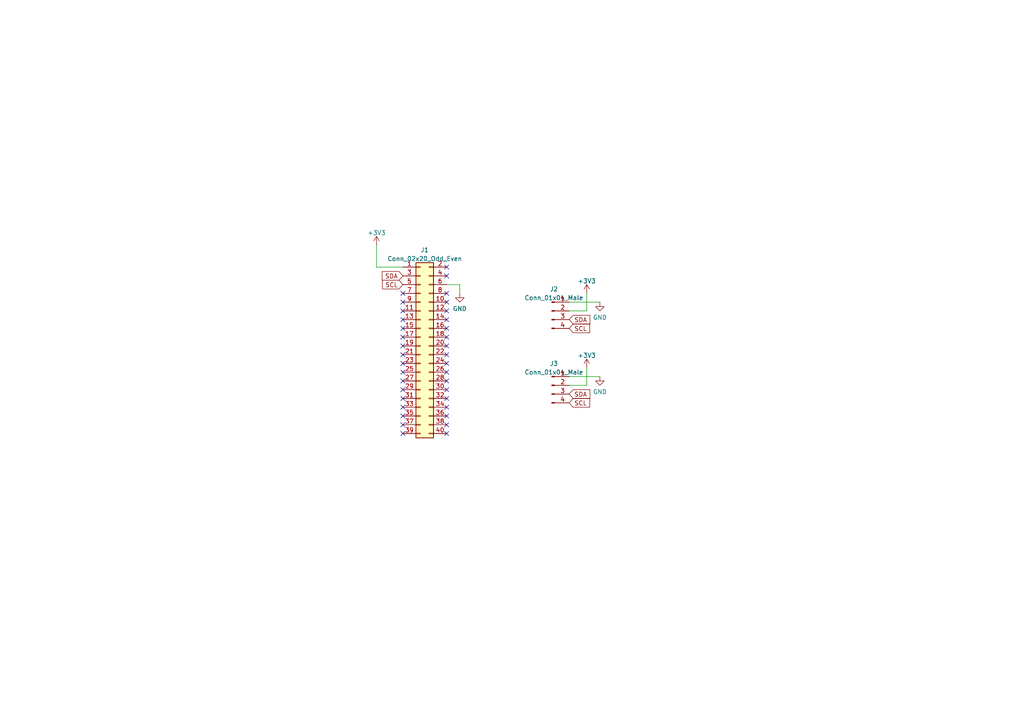
<source format=kicad_sch>
(kicad_sch (version 20211123) (generator eeschema)
  (paper "A4")
  (title_block (title "qwiic-hat"))
  (lib_symbols
    (symbol "Connector:Conn_01x04_Male" (pin_names (offset 1.016) hide)
      (property "Reference" "J" (at 0 5.08 0))
      (property "Value" "Conn_01x04_Male" (at 0 -7.62 0))
      (symbol "Conn_01x04_Male_1_1"
        (polyline (pts (xy 1.27 -5.08) (xy 0.8636 -5.08)) (stroke (width 0.1524)))
        (polyline (pts (xy 1.27 -2.54) (xy 0.8636 -2.54)) (stroke (width 0.1524)))
        (polyline (pts (xy 1.27 0) (xy 0.8636 0)) (stroke (width 0.1524)))
        (polyline (pts (xy 1.27 2.54) (xy 0.8636 2.54)) (stroke (width 0.1524)))
        (rectangle (start 0.8636 -4.953) (end 0 -5.207) (stroke (width 0.1524)) (fill (type outline)))
        (rectangle (start 0.8636 -2.413) (end 0 -2.667) (stroke (width 0.1524)) (fill (type outline)))
        (rectangle (start 0.8636 0.127) (end 0 -0.127) (stroke (width 0.1524)) (fill (type outline)))
        (rectangle (start 0.8636 2.667) (end 0 2.413) (stroke (width 0.1524)) (fill (type outline)))
        (pin passive line (at 5.08 2.54 180) (length 3.81) (name "Pin_1") (number "1"))
        (pin passive line (at 5.08 0 180) (length 3.81) (name "Pin_2") (number "2"))
        (pin passive line (at 5.08 -2.54 180) (length 3.81) (name "Pin_3") (number "3"))
        (pin passive line (at 5.08 -5.08 180) (length 3.81) (name "Pin_4") (number "4"))
      )
    )
    (symbol "Connector_Generic:Conn_02x20_Odd_Even" (pin_names (offset 1.016) hide)
      (property "Reference" "J" (at 1.27 25.4 0))
      (property "Value" "Conn_02x20_Odd_Even" (at 1.27 -27.94 0))
      (symbol "Conn_02x20_Odd_Even_1_1"
        (rectangle (start -1.27 -25.273) (end 0 -25.527) (stroke (width 0.1524)))
        (rectangle (start -1.27 -22.733) (end 0 -22.987) (stroke (width 0.1524)))
        (rectangle (start -1.27 -20.193) (end 0 -20.447) (stroke (width 0.1524)))
        (rectangle (start -1.27 -17.653) (end 0 -17.907) (stroke (width 0.1524)))
        (rectangle (start -1.27 -15.113) (end 0 -15.367) (stroke (width 0.1524)))
        (rectangle (start -1.27 -12.573) (end 0 -12.827) (stroke (width 0.1524)))
        (rectangle (start -1.27 -10.033) (end 0 -10.287) (stroke (width 0.1524)))
        (rectangle (start -1.27 -7.493) (end 0 -7.747) (stroke (width 0.1524)))
        (rectangle (start -1.27 -4.953) (end 0 -5.207) (stroke (width 0.1524)))
        (rectangle (start -1.27 -2.413) (end 0 -2.667) (stroke (width 0.1524)))
        (rectangle (start -1.27 0.127) (end 0 -0.127) (stroke (width 0.1524)))
        (rectangle (start -1.27 2.667) (end 0 2.413) (stroke (width 0.1524)))
        (rectangle (start -1.27 5.207) (end 0 4.953) (stroke (width 0.1524)))
        (rectangle (start -1.27 7.747) (end 0 7.493) (stroke (width 0.1524)))
        (rectangle (start -1.27 10.287) (end 0 10.033) (stroke (width 0.1524)))
        (rectangle (start -1.27 12.827) (end 0 12.573) (stroke (width 0.1524)))
        (rectangle (start -1.27 15.367) (end 0 15.113) (stroke (width 0.1524)))
        (rectangle (start -1.27 17.907) (end 0 17.653) (stroke (width 0.1524)))
        (rectangle (start -1.27 20.447) (end 0 20.193) (stroke (width 0.1524)))
        (rectangle (start -1.27 22.987) (end 0 22.733) (stroke (width 0.1524)))
        (rectangle (start -1.27 24.13) (end 3.81 -26.67) (stroke (width 0.254)) (fill (type background)))
        (rectangle (start 3.81 -25.273) (end 2.54 -25.527) (stroke (width 0.1524)))
        (rectangle (start 3.81 -22.733) (end 2.54 -22.987) (stroke (width 0.1524)))
        (rectangle (start 3.81 -20.193) (end 2.54 -20.447) (stroke (width 0.1524)))
        (rectangle (start 3.81 -17.653) (end 2.54 -17.907) (stroke (width 0.1524)))
        (rectangle (start 3.81 -15.113) (end 2.54 -15.367) (stroke (width 0.1524)))
        (rectangle (start 3.81 -12.573) (end 2.54 -12.827) (stroke (width 0.1524)))
        (rectangle (start 3.81 -10.033) (end 2.54 -10.287) (stroke (width 0.1524)))
        (rectangle (start 3.81 -7.493) (end 2.54 -7.747) (stroke (width 0.1524)))
        (rectangle (start 3.81 -4.953) (end 2.54 -5.207) (stroke (width 0.1524)))
        (rectangle (start 3.81 -2.413) (end 2.54 -2.667) (stroke (width 0.1524)))
        (rectangle (start 3.81 0.127) (end 2.54 -0.127) (stroke (width 0.1524)))
        (rectangle (start 3.81 2.667) (end 2.54 2.413) (stroke (width 0.1524)))
        (rectangle (start 3.81 5.207) (end 2.54 4.953) (stroke (width 0.1524)))
        (rectangle (start 3.81 7.747) (end 2.54 7.493) (stroke (width 0.1524)))
        (rectangle (start 3.81 10.287) (end 2.54 10.033) (stroke (width 0.1524)))
        (rectangle (start 3.81 12.827) (end 2.54 12.573) (stroke (width 0.1524)))
        (rectangle (start 3.81 15.367) (end 2.54 15.113) (stroke (width 0.1524)))
        (rectangle (start 3.81 17.907) (end 2.54 17.653) (stroke (width 0.1524)))
        (rectangle (start 3.81 20.447) (end 2.54 20.193) (stroke (width 0.1524)))
        (rectangle (start 3.81 22.987) (end 2.54 22.733) (stroke (width 0.1524)))
        (pin passive line (at -5.08 22.86 0) (length 3.81) (name "Pin_1") (number "1"))
        (pin passive line (at 7.62 12.7 180) (length 3.81) (name "Pin_10") (number "10"))
        (pin passive line (at -5.08 10.16 0) (length 3.81) (name "Pin_11") (number "11"))
        (pin passive line (at 7.62 10.16 180) (length 3.81) (name "Pin_12") (number "12"))
        (pin passive line (at -5.08 7.62 0) (length 3.81) (name "Pin_13") (number "13"))
        (pin passive line (at 7.62 7.62 180) (length 3.81) (name "Pin_14") (number "14"))
        (pin passive line (at -5.08 5.08 0) (length 3.81) (name "Pin_15") (number "15"))
        (pin passive line (at 7.62 5.08 180) (length 3.81) (name "Pin_16") (number "16"))
        (pin passive line (at -5.08 2.54 0) (length 3.81) (name "Pin_17") (number "17"))
        (pin passive line (at 7.62 2.54 180) (length 3.81) (name "Pin_18") (number "18"))
        (pin passive line (at -5.08 0 0) (length 3.81) (name "Pin_19") (number "19"))
        (pin passive line (at 7.62 22.86 180) (length 3.81) (name "Pin_2") (number "2"))
        (pin passive line (at 7.62 0 180) (length 3.81) (name "Pin_20") (number "20"))
        (pin passive line (at -5.08 -2.54 0) (length 3.81) (name "Pin_21") (number "21"))
        (pin passive line (at 7.62 -2.54 180) (length 3.81) (name "Pin_22") (number "22"))
        (pin passive line (at -5.08 -5.08 0) (length 3.81) (name "Pin_23") (number "23"))
        (pin passive line (at 7.62 -5.08 180) (length 3.81) (name "Pin_24") (number "24"))
        (pin passive line (at -5.08 -7.62 0) (length 3.81) (name "Pin_25") (number "25"))
        (pin passive line (at 7.62 -7.62 180) (length 3.81) (name "Pin_26") (number "26"))
        (pin passive line (at -5.08 -10.16 0) (length 3.81) (name "Pin_27") (number "27"))
        (pin passive line (at 7.62 -10.16 180) (length 3.81) (name "Pin_28") (number "28"))
        (pin passive line (at -5.08 -12.7 0) (length 3.81) (name "Pin_29") (number "29"))
        (pin passive line (at -5.08 20.32 0) (length 3.81) (name "Pin_3") (number "3"))
        (pin passive line (at 7.62 -12.7 180) (length 3.81) (name "Pin_30") (number "30"))
        (pin passive line (at -5.08 -15.24 0) (length 3.81) (name "Pin_31") (number "31"))
        (pin passive line (at 7.62 -15.24 180) (length 3.81) (name "Pin_32") (number "32"))
        (pin passive line (at -5.08 -17.78 0) (length 3.81) (name "Pin_33") (number "33"))
        (pin passive line (at 7.62 -17.78 180) (length 3.81) (name "Pin_34") (number "34"))
        (pin passive line (at -5.08 -20.32 0) (length 3.81) (name "Pin_35") (number "35"))
        (pin passive line (at 7.62 -20.32 180) (length 3.81) (name "Pin_36") (number "36"))
        (pin passive line (at -5.08 -22.86 0) (length 3.81) (name "Pin_37") (number "37"))
        (pin passive line (at 7.62 -22.86 180) (length 3.81) (name "Pin_38") (number "38"))
        (pin passive line (at -5.08 -25.4 0) (length 3.81) (name "Pin_39") (number "39"))
        (pin passive line (at 7.62 20.32 180) (length 3.81) (name "Pin_4") (number "4"))
        (pin passive line (at 7.62 -25.4 180) (length 3.81) (name "Pin_40") (number "40"))
        (pin passive line (at -5.08 17.78 0) (length 3.81) (name "Pin_5") (number "5"))
        (pin passive line (at 7.62 17.78 180) (length 3.81) (name "Pin_6") (number "6"))
        (pin passive line (at -5.08 15.24 0) (length 3.81) (name "Pin_7") (number "7"))
        (pin passive line (at 7.62 15.24 180) (length 3.81) (name "Pin_8") (number "8"))
        (pin passive line (at -5.08 12.7 0) (length 3.81) (name "Pin_9") (number "9"))
      )
    )
    (symbol "power:+3V3" (power) (pin_names (offset 0))
      (property "Value" "+3V3" (at 0 3.556 0))
      (symbol "+3V3_0_1"
        (polyline (pts (xy -0.762 1.27) (xy 0 2.54)))
        (polyline (pts (xy 0 0) (xy 0 2.54)))
        (polyline (pts (xy 0 2.54) (xy 0.762 1.27)))
      )
      (symbol "+3V3_1_1"
        (pin power_in line (at 0 0 90) (length 0) hide (name "+3V3") (number "1"))
      )
    )
    (symbol "power:GND" (power) (pin_names (offset 0))
      (property "Value" "GND" (at 0 -3.81 0))
      (symbol "GND_0_1"
        (polyline (pts (xy 0 0) (xy 0 -1.27) (xy 1.27 -1.27) (xy 0 -2.54) (xy -1.27 -1.27) (xy 0 -1.27)))
      )
      (symbol "GND_1_1"
        (pin power_in line (at 0 0 270) (length 0) hide (name "GND") (number "1"))
      )
    )
  )
  (no_connect (at 116.84 85.09))
  (no_connect (at 129.54 80.01))
  (no_connect (at 129.54 85.09))
  (no_connect (at 129.54 87.63))
  (no_connect (at 129.54 77.47))
  (no_connect (at 129.54 90.17))
  (no_connect (at 129.54 92.71))
  (no_connect (at 129.54 95.25))
  (no_connect (at 129.54 97.79))
  (no_connect (at 129.54 100.33))
  (no_connect (at 116.84 100.33))
  (no_connect (at 116.84 97.79))
  (no_connect (at 116.84 113.03))
  (no_connect (at 116.84 110.49))
  (no_connect (at 116.84 107.95))
  (no_connect (at 116.84 105.41))
  (no_connect (at 116.84 102.87))
  (no_connect (at 129.54 102.87))
  (no_connect (at 129.54 105.41))
  (no_connect (at 129.54 107.95))
  (no_connect (at 129.54 110.49))
  (no_connect (at 129.54 113.03))
  (no_connect (at 129.54 115.57))
  (no_connect (at 129.54 118.11))
  (no_connect (at 129.54 120.65))
  (no_connect (at 129.54 123.19))
  (no_connect (at 129.54 125.73))
  (no_connect (at 116.84 125.73))
  (no_connect (at 116.84 123.19))
  (no_connect (at 116.84 120.65))
  (no_connect (at 116.84 118.11))
  (no_connect (at 116.84 115.57))
  (no_connect (at 116.84 95.25))
  (no_connect (at 116.84 92.71))
  (no_connect (at 116.84 90.17))
  (no_connect (at 116.84 87.63))
  (no_connect (at -30.48 90.17))
  (wire (pts (xy 133.35 82.55) (xy 133.35 85.09)))
  (wire (pts (xy 165.1 111.76) (xy 170.18 111.76)))
  (wire (pts (xy 116.84 77.47) (xy 109.22 77.47)))
  (wire (pts (xy 165.1 90.17) (xy 170.18 90.17)))
  (wire (pts (xy 109.22 77.47) (xy 109.22 71.12)))
  (wire (pts (xy 170.18 111.76) (xy 170.18 106.68)))
  (wire (pts (xy 165.1 87.63) (xy 173.99 87.63)))
  (wire (pts (xy 170.18 90.17) (xy 170.18 85.09)))
  (wire (pts (xy 165.1 109.22) (xy 173.99 109.22)))
  (wire (pts (xy 129.54 82.55) (xy 133.35 82.55)))
  (global_label "SCL" (shape input) (at 116.84 82.55 180) (property "Intersheet References" "${INTERSHEET_REFS}" (effects hide)))
  (global_label "SCL" (shape input) (at 165.1 95.25 0) (property "Intersheet References" "${INTERSHEET_REFS}" (effects hide)))
  (global_label "SDA" (shape input) (at 116.84 80.01 180) (property "Intersheet References" "${INTERSHEET_REFS}" (effects hide)))
  (global_label "SDA" (shape input) (at 165.1 92.71 0) (property "Intersheet References" "${INTERSHEET_REFS}" (effects hide)))
  (global_label "SCL" (shape input) (at 165.1 116.84 0) (property "Intersheet References" "${INTERSHEET_REFS}" (effects hide)))
  (global_label "SDA" (shape input) (at 165.1 114.3 0) (property "Intersheet References" "${INTERSHEET_REFS}" (effects hide)))
  (symbol (lib_id "Connector_Generic:Conn_02x20_Odd_Even") (at 121.92 100.33 0) (unit 1)
    (property "Reference" "J1" (at 123.19 72.5002 0))
    (property "Value" "Conn_02x20_Odd_Even" (at 123.19 75.0371 0))
    (property "Footprint" "carlossless:RPI_THROUGH_PIN_SOCKET" (effects hide))
    (property "Link" "https://www.adafruit.com/product/2187" (effects hide))
    (property "Drawing" "https://cdn-shop.adafruit.com/product-files/2187/CS25582-40G-M36-0A+(1).jpg" (effects hide))
  )
  (symbol (lib_id "Connector:Conn_01x04_Male") (at 160.02 90.17 0) (unit 1)
    (property "Reference" "J2" (at 160.655 83.854 0))
    (property "Value" "Conn_01x04_Male" (at 160.655 86.3909 0))
    (property "Footprint" "Connector_JST:JST_SH_SM04B-SRSS-TB_1x04-1MP_P1.00mm_Horizontal" (effects hide))
    (property "Link" "https://www.adafruit.com/product/4208" (effects hide))
    (property "Drawing" "https://cdn-shop.adafruit.com/product-files/4208/4208_Kaweei_C13396_diagram.pdf" (effects hide))
  )
  (symbol (lib_id "power:GND") (at 173.99 87.63 0) (unit 1)
    (property "Reference" "#PWR0104" (effects hide))
    (property "Value" "GND" (at 173.99 92.0734 0))
  )
  (symbol (lib_id "Connector:Conn_01x04_Male") (at 160.02 111.76 0) (unit 1)
    (property "Reference" "J3" (at 160.655 105.444 0))
    (property "Value" "Conn_01x04_Male" (at 160.655 107.9809 0))
    (property "Footprint" "Connector_JST:JST_SH_SM04B-SRSS-TB_1x04-1MP_P1.00mm_Horizontal" (effects hide))
    (property "Link" "https://www.adafruit.com/product/4208" (effects hide))
    (property "Drawing" "https://cdn-shop.adafruit.com/product-files/4208/4208_Kaweei_C13396_diagram.pdf" (effects hide))
  )
  (symbol (lib_id "power:GND") (at 133.35 85.09 0) (unit 1)
    (property "Reference" "#PWR0102" (effects hide))
    (property "Value" "GND" (at 133.35 89.5334 0))
  )
  (symbol (lib_id "power:+3V3") (at 170.18 106.68 0) (unit 1)
    (property "Reference" "#PWR0105" (effects hide))
    (property "Value" "+3V3" (at 170.18 103.1042 0))
  )
  (symbol (lib_id "power:+3V3") (at 109.22 71.12 0) (unit 1)
    (property "Reference" "#PWR0101" (effects hide))
    (property "Value" "+3V3" (at 109.22 67.5442 0))
  )
  (symbol (lib_id "power:GND") (at 173.99 109.22 0) (unit 1)
    (property "Reference" "#PWR0106" (effects hide))
    (property "Value" "GND" (at 173.99 113.6634 0))
  )
  (symbol (lib_id "power:+3V3") (at 170.18 85.09 0) (unit 1)
    (property "Reference" "#PWR0103" (effects hide))
    (property "Value" "+3V3" (at 170.18 81.5142 0))
  )
)
</source>
